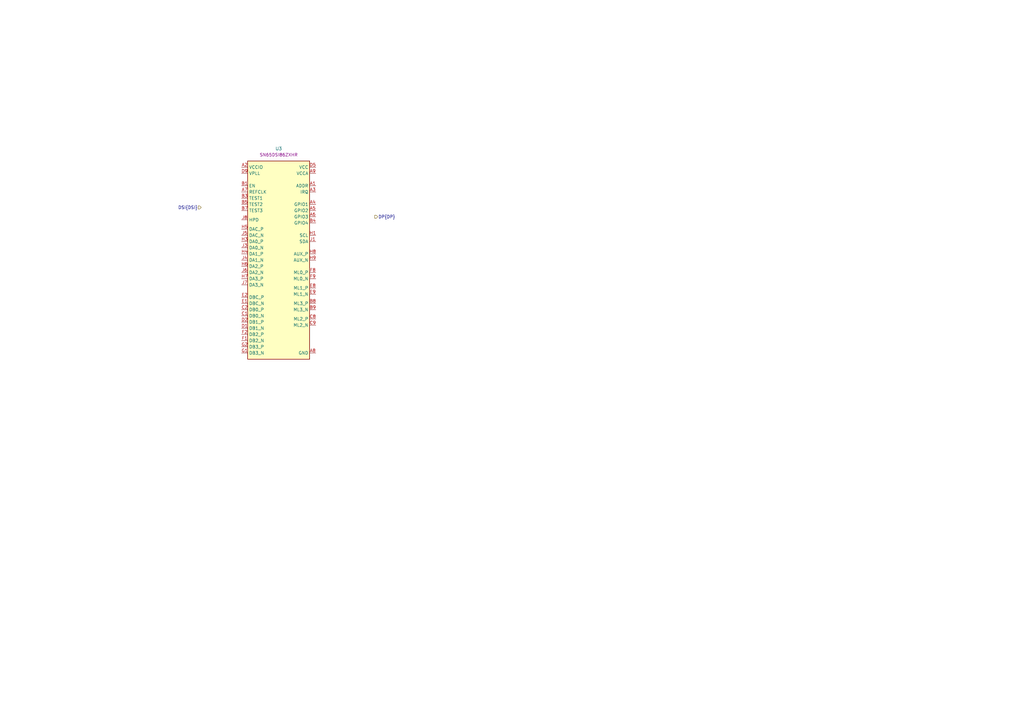
<source format=kicad_sch>
(kicad_sch (version 20250114) (generator "eeschema") (generator_version "9.0")
  (paper "A3")
  (title_block (title "BMC Reference Carrier Board") (rev "1.0.0"))
  (lib_symbols
    (symbol "antmicroInterfaceControllers:SN65DSI86ZXHR"
      (property "Reference" "U" (at 45.72 -2.54 0))
      (property "MPN" "SN65DSI86ZXHR" (at 45.72 -5.08 0))
      (symbol "SN65DSI86ZXHR_1_1"
        (rectangle (start 2.54 2.54) (end 27.94 -78.74) (stroke (width 0.254)) (fill (type background)))
        (pin power_in line (at 0 0 0) (length 2.54) (name "VCCIO") (number "A2"))
        (pin passive line (at 0 0 0) (length 2.54) (hide yes) (name "VCCIO") (number "B6"))
        (pin power_in line (at 0 -2.54 0) (length 2.54) (name "VPLL") (number "D9"))
        (pin input line (at 0 -7.62 0) (length 2.54) (name "EN") (number "B1"))
        (pin input line (at 0 -10.16 0) (length 2.54) (name "REFCLK") (number "A7"))
        (pin input line (at 0 -12.7 0) (length 2.54) (name "TEST1") (number "B3"))
        (pin input line (at 0 -15.24 0) (length 2.54) (name "TEST2") (number "B5"))
        (pin input line (at 0 -17.78 0) (length 2.54) (name "TEST3") (number "B7"))
        (pin input line (at 0 -21.59 0) (length 2.54) (name "HPD") (number "J8"))
        (pin input line (at 0 -25.4 0) (length 2.54) (name "DAC_P") (number "H5"))
        (pin input line (at 0 -27.94 0) (length 2.54) (name "DAC_N") (number "J5"))
        (pin input line (at 0 -30.48 0) (length 2.54) (name "DA0_P") (number "H3"))
        (pin input line (at 0 -33.02 0) (length 2.54) (name "DA0_N") (number "J3"))
        (pin input line (at 0 -35.56 0) (length 2.54) (name "DA1_P") (number "H4"))
        (pin input line (at 0 -38.1 0) (length 2.54) (name "DA1_N") (number "J4"))
        (pin input line (at 0 -40.64 0) (length 2.54) (name "DA2_P") (number "H6"))
        (pin input line (at 0 -43.18 0) (length 2.54) (name "DA2_N") (number "J6"))
        (pin input line (at 0 -45.72 0) (length 2.54) (name "DA3_P") (number "H7"))
        (pin input line (at 0 -48.26 0) (length 2.54) (name "DA3_N") (number "J7"))
        (pin input line (at 0 -53.34 0) (length 2.54) (name "DBC_P") (number "E2"))
        (pin input line (at 0 -55.88 0) (length 2.54) (name "DBC_N") (number "E1"))
        (pin input line (at 0 -58.42 0) (length 2.54) (name "DB0_P") (number "C2"))
        (pin input line (at 0 -60.96 0) (length 2.54) (name "DB0_N") (number "C1"))
        (pin input line (at 0 -63.5 0) (length 2.54) (name "DB1_P") (number "D2"))
        (pin input line (at 0 -66.04 0) (length 2.54) (name "DB1_N") (number "D1"))
        (pin input line (at 0 -68.58 0) (length 2.54) (name "DB2_P") (number "F2"))
        (pin input line (at 0 -71.12 0) (length 2.54) (name "DB2_N") (number "F1"))
        (pin input line (at 0 -73.66 0) (length 2.54) (name "DB3_P") (number "G2"))
        (pin input line (at 0 -76.2 0) (length 2.54) (name "DB3_N") (number "G1"))
        (pin power_in line (at 30.48 0 180) (length 2.54) (name "VCC") (number "D5"))
        (pin passive line (at 30.48 0 180) (length 2.54) (hide yes) (name "VCC") (number "D6"))
        (pin passive line (at 30.48 0 180) (length 2.54) (hide yes) (name "VCC") (number "J2"))
        (pin passive line (at 30.48 0 180) (length 2.54) (hide yes) (name "VCC") (number "J9"))
        (pin power_in line (at 30.48 -2.54 180) (length 2.54) (name "VCCA") (number "A9"))
        (pin passive line (at 30.48 -2.54 180) (length 2.54) (hide yes) (name "VCCA") (number "B2"))
        (pin passive line (at 30.48 -2.54 180) (length 2.54) (hide yes) (name "VCCA") (number "E6"))
        (pin passive line (at 30.48 -2.54 180) (length 2.54) (hide yes) (name "VCCA") (number "G9"))
        (pin passive line (at 30.48 -2.54 180) (length 2.54) (hide yes) (name "VCCA") (number "H2"))
        (pin bidirectional line (at 30.48 -7.62 180) (length 2.54) (name "ADDR") (number "A1"))
        (pin output line (at 30.48 -10.16 180) (length 2.54) (name "IRQ") (number "A3"))
        (pin bidirectional line (at 30.48 -15.24 180) (length 2.54) (name "GPIO1") (number "A4"))
        (pin bidirectional line (at 30.48 -17.78 180) (length 2.54) (name "GPIO2") (number "A5"))
        (pin bidirectional line (at 30.48 -20.32 180) (length 2.54) (name "GPIO3") (number "A6"))
        (pin bidirectional line (at 30.48 -22.86 180) (length 2.54) (name "GPIO4") (number "B4"))
        (pin bidirectional line (at 30.48 -27.94 180) (length 2.54) (name "SCL") (number "H1"))
        (pin bidirectional line (at 30.48 -30.48 180) (length 2.54) (name "SDA") (number "J1"))
        (pin bidirectional line (at 30.48 -35.56 180) (length 2.54) (name "AUX_P") (number "H8"))
        (pin bidirectional line (at 30.48 -38.1 180) (length 2.54) (name "AUX_N") (number "H9"))
        (pin output line (at 30.48 -43.18 180) (length 2.54) (name "ML0_P") (number "F8"))
        (pin output line (at 30.48 -45.72 180) (length 2.54) (name "ML0_N") (number "F9"))
        (pin output line (at 30.48 -49.53 180) (length 2.54) (name "ML1_P") (number "E8"))
        (pin output line (at 30.48 -52.07 180) (length 2.54) (name "ML1_N") (number "E9"))
        (pin output line (at 30.48 -55.88 180) (length 2.54) (name "ML3_P") (number "B8"))
        (pin output line (at 30.48 -58.42 180) (length 2.54) (name "ML3_N") (number "B9"))
        (pin output line (at 30.48 -62.23 180) (length 2.54) (name "ML2_P") (number "C8"))
        (pin output line (at 30.48 -64.77 180) (length 2.54) (name "ML2_N") (number "C9"))
        (pin power_in line (at 30.48 -76.2 180) (length 2.54) (name "GND") (number "A8"))
        (pin passive line (at 30.48 -76.2 180) (length 2.54) (hide yes) (name "GND") (number "D8"))
        (pin passive line (at 30.48 -76.2 180) (length 2.54) (hide yes) (name "GND") (number "E4"))
        (pin passive line (at 30.48 -76.2 180) (length 2.54) (hide yes) (name "GND") (number "E5"))
        (pin passive line (at 30.48 -76.2 180) (length 2.54) (hide yes) (name "GND") (number "F4"))
        (pin passive line (at 30.48 -76.2 180) (length 2.54) (hide yes) (name "GND") (number "F5"))
        (pin passive line (at 30.48 -76.2 180) (length 2.54) (hide yes) (name "GND") (number "F6"))
        (pin passive line (at 30.48 -76.2 180) (length 2.54) (hide yes) (name "GND") (number "G8"))
      )
    )
  )
  (hierarchical_label "DSI{DSI}" (shape input) (at 82.55 85.09 180))
  (hierarchical_label "DP{DP}" (shape output) (at 153.67 88.9 0))
  (symbol (lib_id "antmicroInterfaceControllers:SN65DSI86ZXHR") (at 99.06 68.58 0) (unit 1)
    (property "Reference" "U3" (at 114.3 60.96 0))
    (property "Value" "SN65DSI86ZXHR" (effects (hide yes)))
    (property "Footprint" "antmicro-footprints:NFBGA-64_5x5mm_Layout9X9_P0.5mm_Ball0.233" (effects (hide yes)))
    (property "Datasheet" "https://www.ti.com/lit/ds/symlink/sn65dsi86.pdf?ts=1614631723112&ref_url=https%253A%252F%252Fwww.ti.com%252Fproduct%252FSN65DSI86" (effects (hide yes)))
    (property "Description" "LVDS Interface IC Dual-Channel MIPI DSI to Embedded DisplayPort (eDP ) Bridge" (effects (hide yes)))
    (property "Manufacturer" "Texas Instruments" (effects (hide yes)))
    (property "MPN" "SN65DSI86ZXHR" (at 114.3 63.5 0))
    (property "Author" "Antmicro" (effects (hide yes)))
    (property "License" "Apache-2.0" (effects (hide yes)))
  )
)
</source>
